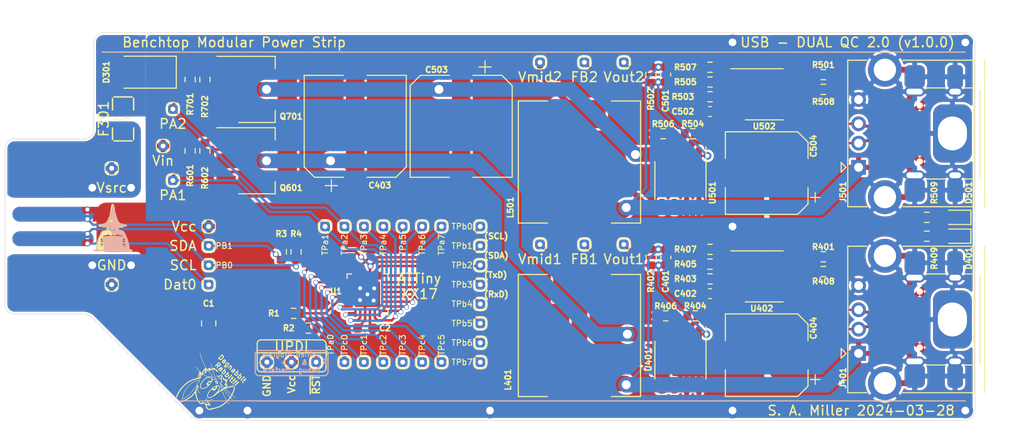
<source format=kicad_pcb>
(kicad_pcb (version 20211014) (generator pcbnew)
  (title_block (title "Benchtop Modular Power Strip") (date "2024-03-28") (rev "1.0.0") (company "S. A. Miller") (comment 1 "USB") (comment 2 "DUAL QC 2.0"))
  (layers (0 "F.Cu" signal) (31 "B.Cu" signal) (34 "B.Paste" user) (35 "F.Paste" user) (36 "B.SilkS" user "B.Silkscreen") (37 "F.SilkS" user "F.Silkscreen") (38 "B.Mask" user) (39 "F.Mask" user) (44 "Edge.Cuts" user))
  (net 0 "")
  (net 1 "GND")
  (net 2 "~{RESET}")
  (net 3 "Dat0")
  (net 4 "PA4")
  (net 5 "PA5")
  (net 6 "PA6")
  (net 7 "PA7")
  (net 8 "PB2")
  (net 9 "PB3")
  (net 10 "PA1")
  (net 11 "PA2")
  (net 12 "PA3")
  (net 13 "PB0")
  (net 14 "PB1")
  (net 15 "PB4")
  (net 16 "PB5")
  (net 17 "PB6")
  (net 18 "PB7")
  (net 19 "PC2")
  (net 20 "PC3")
  (net 21 "PC4")
  (net 22 "PC5")
  (net 23 "Vsrc")
  (net 24 "Vin")
  (net 25 "/Source Power Rail/Vprot")
  (net 26 "/ATTinyXX17/PA0")
  (net 27 "I2C-Vcc")
  (net 28 "PC0")
  (net 29 "PC1")
  (net 30 "Net-(C401-Pad2)")
  (net 31 "Net-(C402-Pad2)")
  (net 32 "Net-(D401-Pad2)")
  (net 33 "Net-(J401-Pad2)")
  (net 34 "Net-(J401-Pad3)")
  (net 35 "Net-(R403-Pad1)")
  (net 36 "Net-(R404-Pad1)")
  (net 37 "Net-(R405-Pad1)")
  (net 38 "Net-(R406-Pad1)")
  (net 39 "Net-(R408-Pad1)")
  (net 40 "Net-(C501-Pad2)")
  (net 41 "Net-(C502-Pad2)")
  (net 42 "Net-(D501-Pad2)")
  (net 43 "Net-(J501-Pad2)")
  (net 44 "Net-(J501-Pad3)")
  (net 45 "Net-(R503-Pad1)")
  (net 46 "Net-(R504-Pad1)")
  (net 47 "Net-(R505-Pad1)")
  (net 48 "Net-(R506-Pad1)")
  (net 49 "Net-(R508-Pad1)")
  (net 50 "Vout2")
  (net 51 "VswB")
  (net 52 "Vout1")
  (net 53 "VswA")
  (net 54 "/USB-QC/Vmid1")
  (net 55 "/USB-QC1/Vmid2")
  (net 56 "Net-(Q601-Pad1)")
  (net 57 "Net-(Q701-Pad1)")
  (footprint "tinker:TestPoint_THTPad_D1.0mm_Drill0.5mm" (layer "F.Cu") (at 87 114)
    (fp_text reference "TPc1")
    (fp_text value "CtrlC" hide)
  )
  (footprint "Resistor_SMD:R_0603_1608Metric" (layer "F.Cu") (at 69.088 92.202 90)
    (fp_text reference "R601")
    (fp_text value "100")
  )
  (footprint "tinker:USB_A+C" (layer "F.Cu") (at 138 93.9 90)
    (fp_text reference "J501")
    (fp_text value "USB_A" hide)
  )
  (footprint "tinker:TestPoint_THTPad_D1.0mm_Drill0.5mm" (layer "F.Cu") (at 113.792 101.854)
    (fp_text reference "TP402" hide)
    (fp_text value "Vout1" hide)
  )
  (footprint "Capacitor_SMD:C_0805_2012Metric" (layer "F.Cu") (at 71 110 -90)
    (fp_text reference "C1")
    (fp_text value "4.7uF")
  )
  (footprint "Resistor_SMD:R_0603_1608Metric" (layer "F.Cu") (at 79.756 108.966)
    (fp_text reference "R1")
    (fp_text value "10k")
  )
  (footprint "Resistor_SMD:R_0603_1608Metric" (layer "F.Cu") (at 145.034 99.06)
    (fp_text reference "R509")
    (fp_text value "?")
  )
  (footprint "Package_SO:SSOP-8_3.9x5.05mm_P1.27mm" (layer "F.Cu") (at 128.27 86.36)
    (fp_text reference "U502")
    (fp_text value "FP6600")
  )
  (footprint "tinker:TestPoint_THTPad_D1.0mm_Drill0.5mm" (layer "F.Cu") (at 71 106)
    (fp_text reference "TP5" hide)
    (fp_text value "Dat0" hide)
  )
  (footprint "tinker:TestPoint_THTPad_D1.0mm_Drill0.5mm" (layer "F.Cu") (at 61 94)
    (fp_text reference "TP301" hide)
    (fp_text value "Vsrc" hide)
  )
  (footprint "tinker:TestPoint_THTPad_D1.0mm_Drill0.5mm" (layer "F.Cu") (at 93 114 90)
    (fp_text reference "TPc4")
    (fp_text value "CtrlC" hide)
  )
  (footprint "Capacitor_SMD:C_0603_1608Metric" (layer "F.Cu") (at 87.122 110.49 180)
    (fp_text reference "C2")
    (fp_text value "100nF")
  )
  (footprint "tinker:TestPoint_THTPad_D1.0mm_Drill0.5mm" (layer "F.Cu") (at 99 108)
    (fp_text reference "TPb4")
    (fp_text value "CtrlB" hide)
  )
  (footprint "tinker:F1206" (layer "F.Cu") (at 62.176 88.9 90)
    (fp_text reference "F301")
    (fp_text value "Polyfuse" hide)
  )
  (footprint "Resistor_SMD:R_0603_1608Metric" (layer "F.Cu") (at 78.486 102.616 -90)
    (fp_text reference "R3")
    (fp_text value "10k")
  )
  (footprint "Inductor_SMD:L_12x12mm_H8mm" (layer "F.Cu") (at 109.22 93.348 -90)
    (fp_text reference "L501")
    (fp_text value "47uH")
  )
  (footprint "tinker:TestPoint_THTPad_D1.0mm_Drill0.5mm" (layer "F.Cu") (at 85 100 90)
    (fp_text reference "TPa2")
    (fp_text value "CtrlA" hide)
  )
  (footprint "Resistor_SMD:R_0603_1608Metric" (layer "F.Cu") (at 70.612 92.202 90)
    (fp_text reference "R602")
    (fp_text value "10k")
  )
  (footprint "tinker:TestPoint_THTPad_D1.0mm_Drill0.5mm" (layer "F.Cu") (at 95 114 90)
    (fp_text reference "TPc5")
    (fp_text value "CtrlC" hide)
  )
  (footprint "tinker:TestPoint_THTPad_D1.0mm_Drill0.5mm" (layer "F.Cu") (at 109.728 83.058)
    (fp_text reference "TP503" hide)
    (fp_text value "FB2" hide)
  )
  (footprint "Resistor_SMD:R_0603_1608Metric" (layer "F.Cu") (at 121.158 109.22)
    (fp_text reference "R404")
    (fp_text value "NC")
  )
  (footprint "Package_SO:SSOP-8_3.9x5.05mm_P1.27mm" (layer "F.Cu") (at 119.634 113.792 -90)
    (fp_text reference "U401")
    (fp_text value "PL2733A")
  )
  (footprint "Resistor_SMD:R_0603_1608Metric" (layer "F.Cu") (at 81.28 110.49)
    (fp_text reference "R2")
    (fp_text value "330R")
  )
  (footprint "Resistor_SMD:R_0603_1608Metric" (layer "F.Cu") (at 134.366 104.648)
    (fp_text reference "R408")
    (fp_text value "127K")
  )
  (footprint "Resistor_SMD:R_0603_1608Metric" (layer "F.Cu") (at 118.11 109.22 180)
    (fp_text reference "R406")
    (fp_text value "82K")
  )
  (footprint "tinker:TestPoint_THTPad_D1.0mm_Drill0.5mm" (layer "F.Cu") (at 109.728 101.854)
    (fp_text reference "TP403" hide)
    (fp_text value "FB1" hide)
  )
  (footprint "tinker:USB_A+C" (layer "F.Cu") (at 138 113.1 90)
    (fp_text reference "J401")
    (fp_text value "USB_A" hide)
  )
  (footprint "Resistor_SMD:R_0603_1608Metric" (layer "F.Cu") (at 120.904 90.424)
    (fp_text reference "R504")
    (fp_text value "NC")
  )
  (footprint "Capacitor_SMD:CP_Elec_8x6.5" (layer "F.Cu") (at 128.524 94.488 180)
    (fp_text reference "C504")
    (fp_text value "220u")
  )
  (footprint "tinker:TestPoint_THTPad_D1.0mm_Drill0.5mm" (layer "F.Cu") (at 89 100 90)
    (fp_text reference "TPa4")
    (fp_text value "CtrlA" hide)
  )
  (footprint "Resistor_SMD:R_0603_1608Metric" (layer "F.Cu") (at 117.856 90.424 180)
    (fp_text reference "R506")
    (fp_text value "82K")
  )
  (footprint "Package_TO_SOT_SMD:SOT-223-3_TabPin2" (layer "F.Cu") (at 75.946 85.852)
    (fp_text reference "Q701")
    (fp_text value "ZXMP4A16G")
  )
  (footprint "tinker:TestPoint_THTPad_D1.0mm_Drill0.5mm" (layer "F.Cu") (at 77 114 90)
    (fp_text reference "TP4" hide)
    (fp_text value "GND" hide)
  )
  (footprint "Package_SO:SSOP-8_3.9x5.05mm_P1.27mm" (layer "F.Cu") (at 119.634 95.25 -90)
    (fp_text reference "U501")
    (fp_text value "PL2733A")
  )
  (footprint "tinker:TestPoint_THTPad_D1.0mm_Drill0.5mm" (layer "F.Cu") (at 99 102)
    (fp_text reference "TPb1")
    (fp_text value "CtrlB" hide)
  )
  (footprint "tinker:TestPoint_THTPad_D1.0mm_Drill0.5mm" (layer "F.Cu") (at 89 114 90)
    (fp_text reference "TPc2")
    (fp_text value "CtrlC" hide)
  )
  (footprint "tinker:TestPoint_THTPad_D1.0mm_Drill0.5mm" (layer "F.Cu") (at 95 100 90)
    (fp_text reference "TPa7")
    (fp_text value "CtrlA" hide)
  )
  (footprint "Package_DFN_QFN:QFN-24-1EP_4x4mm_P0.5mm_EP2.6x2.6mm" (layer "F.Cu") (at 87.376 107.01 90)
    (fp_text reference "U1")
    (fp_text value "ATtiny1617")
  )
  (footprint "tinker:NerdMage" (layer "F.Cu") (at 61.11668 100.076)
    (fp_text reference "G***" hide)
    (fp_text value "LOGO" hide)
  )
  (footprint "tinker:TestPoint_THTPad_D1.0mm_Drill0.5mm" (layer "F.Cu") (at 85 114)
    (fp_text reference "TPc0")
    (fp_text value "CtrlC" hide)
  )
  (footprint "Resistor_SMD:R_0603_1608Metric" (layer "F.Cu") (at 122.682 103.886 180)
    (fp_text reference "R405")
    (fp_text value "137K")
  )
  (footprint "tinker:TestPoint_THTPad_D1.0mm_Drill0.5mm" (layer "F.Cu") (at 66.294 91.694)
    (fp_text reference "TP302" hide)
    (fp_text value "Vin" hide)
  )
  (footprint "tinker:TestPoint_THTPad_D1.0mm_Drill0.5mm" (layer "F.Cu") (at 105.156 83.058)
    (fp_text reference "TP501" hide)
    (fp_text value "Vmid2" hide)
  )
  (footprint "Capacitor_SMD:C_0603_1608Metric" (layer "F.Cu") (at 122.682 106.934)
    (fp_text reference "C402")
    (fp_text value "220n")
  )
  (footprint "tinker:TestPoint_THTPad_D1.0mm_Drill0.5mm" (layer "F.Cu") (at 105.156 101.854)
    (fp_text reference "TP401" hide)
    (fp_text value "Vmid1" hide)
  )
  (footprint "tinker:TestPoint_THTPad_D1.0mm_Drill0.5mm" (layer "F.Cu") (at 99 110)
    (fp_text reference "TPb5")
    (fp_text value "CtrlB" hide)
  )
  (footprint "tinker:TestPoint_THTPad_D1.0mm_Drill0.5mm" (layer "F.Cu") (at 61 106)
    (fp_text reference "TP303" hide)
    (fp_text value "GND" hide)
  )
  (footprint "Resistor_SMD:R_0603_1608Metric" (layer "F.Cu") (at 134.366 85.852)
    (fp_text reference "R508")
    (fp_text value "127K")
  )
  (footprint "Resistor_SMD:R_0603_1608Metric" (layer "F.Cu") (at 122.682 83.566)
    (fp_text reference "R507")
    (fp_text value "150K")
  )
  (footprint "LED_SMD:LED_0603_1608Metric" (layer "F.Cu") (at 148.082 99.06 180)
    (fp_text reference "D501")
    (fp_text value "LED")
  )
  (footprint "Capacitor_SMD:C_0603_1608Metric" (layer "F.Cu") (at 118.135 103.187 -90)
    (fp_text reference "C401")
    (fp_text value "200p")
  )
  (footprint "Resistor_SMD:R_0603_1608Metric" (layer "F.Cu") (at 122.682 85.09 180)
    (fp_text reference "R505")
    (fp_text value "137K")
  )
  (footprint "tinker:DagNabbit" (layer "F.Cu") (at 71.04 116.6 135)
    (fp_text reference "REF**" hide)
    (fp_text value "DagNabbit" hide)
  )
  (footprint "Package_TO_SOT_SMD:SOT-223-3_TabPin2" (layer "F.Cu") (at 75.946 93.218)
    (fp_text reference "Q601")
    (fp_text value "ZXMP4A16G")
  )
  (footprint "Capacitor_SMD:C_0603_1608Metric" (layer "F.Cu") (at 122.682 88.138)
    (fp_text reference "C502")
    (fp_text value "220n")
  )
  (footprint "Resistor_SMD:R_0603_1608Metric" (layer "F.Cu") (at 122.682 105.41 180)
    (fp_text reference "R403")
    (fp_text value "187K")
  )
  (footprint "tinker:TestPoint_THTPad_D1.0mm_Drill0.5mm" (layer "F.Cu") (at 82.08 114 90)
    (fp_text reference "TPa0")
    (fp_text value "~{RESET}" hide)
  )
  (footprint "tinker:TestPoint_THTPad_D1.0mm_Drill0.5mm" (layer "F.Cu") (at 93 100 90)
    (fp_text reference "TPa6")
    (fp_text value "CtrlA" hide)
  )
  (footprint "tinker:TestPoint_THTPad_D1.0mm_Drill0.5mm" (layer "F.Cu") (at 83 100 90)
    (fp_text reference "TPa1")
    (fp_text value "CtrlA" hide)
  )
  (footprint "Resistor_SMD:R_0603_1608Metric" (layer "F.Cu") (at 69.088 84.836 90)
    (fp_text reference "R701")
    (fp_text value "100")
  )
  (footprint "Capacitor_SMD:CP_Elec_10x7.7" (layer "F.Cu") (at 86.106 89.662 90)
    (fp_text reference "C403")
    (fp_text value "100u")
  )
  (footprint "Resistor_SMD:R_0603_1608Metric" (layer "F.Cu") (at 70.612 84.836 90)
    (fp_text reference "R702")
    (fp_text value "10k")
  )
  (footprint "tinker:TestPoint_THTPad_D1.0mm_Drill0.5mm" (layer "F.Cu") (at 99 104)
    (fp_text reference "TPb2")
    (fp_text value "CtrlB" hide)
  )
  (footprint "tinker:TestPoint_THTPad_D1.0mm_Drill0.5mm" (layer "F.Cu") (at 71 104)
    (fp_text reference "TP8" hide)
    (fp_text value "Dat3" hide)
  )
  (footprint "Inductor_SMD:L_12x12mm_H8mm" (layer "F.Cu") (at 109.22 111.252 -90)
    (fp_text reference "L401")
    (fp_text value "47uH")
  )
  (footprint "tinker:TestPoint_THTPad_D1.0mm_Drill0.5mm" (layer "F.Cu") (at 79.54 114 90)
    (fp_text reference "TP1" hide)
    (fp_text value "I2C-Vcc" hide)
  )
  (footprint "Resistor_SMD:R_0603_1608Metric" (layer "F.Cu") (at 145.034 101)
    (fp_text reference "R409")
    (fp_text value "?")
  )
  (footprint "Resistor_SMD:R_0603_1608Metric" (layer "F.Cu") (at 80.01 102.616 -90)
    (fp_text reference "R4")
    (fp_text value "10k")
  )
  (footprint "Capacitor_SMD:C_0603_1608Metric" (layer "F.Cu") (at 118.11 84.328 -90)
    (fp_text reference "C501")
    (fp_text value "200p")
  )
  (footprint "tinker:TestPoint_THTPad_D1.0mm_Drill0.5mm" (layer "F.Cu") (at 67.31 95.25)
    (fp_text reference "TPa601" hide)
    (fp_text value "CtrlA" hide)
  )
  (footprint "Resistor_SMD:R_0603_1608Metric" (layer "F.Cu") (at 116.611 103.186999 -90)
    (fp_text reference "R402")
    (fp_text value "470K")
  )
  (footprint "tinker:TestPoint_THTPad_D1.0mm_Drill0.5mm" (layer "F.Cu") (at 91 100 90)
    (fp_text reference "TPa5")
    (fp_text value "CtrlA" hide)
  )
  (footprint "tinker:TestPoint_THTPad_D1.0mm_Drill0.5mm" (layer "F.Cu") (at 99 114)
    (fp_text reference "TPb7")
    (fp_text value "CtrlB" hide)
  )
  (footprint "tinker:TestPoint_THTPad_D1.0mm_Drill0.5mm" (layer "F.Cu") (at 99 100)
    (fp_text reference "TPb0")
    (fp_text value "CtrlB" hide)
  )
  (footprint "Resistor_SMD:R_0603_1608Metric" (layer "F.Cu") (at 122.682 86.614 180)
    (fp_text reference "R503")
    (fp_text value "187K")
  )
  (footprint "LED_SMD:LED_0603_1608Metric" (layer "F.Cu") (at 148.082 101 180)
    (fp_text reference "D401")
    (fp_text value "LED")
  )
  (footprint "Capacitor_SMD:CP_Elec_10x7.7" (layer "F.Cu") (at 97.028 89.662 -90)
    (fp_text reference "C503")
    (fp_text value "100u")
  )
  (footprint "Diode_SMD:D_SMA" (layer "F.Cu") (at 64.262 84.074 180)
    (fp_text reference "D301")
    (fp_text value "D_Schottky")
  )
  (footprint "tinker:TestPoint_THTPad_D1.0mm_Drill0.5mm" (layer "F.Cu") (at 67.31 87.884)
    (fp_text reference "TPa701" hide)
    (fp_text value "CtrlA" hide)
  )
  (footprint "Resistor_SMD:R_0603_1608Metric" (layer "F.Cu") (at 134.366 103.124 180)
    (fp_text reference "R401")
    (fp_text value "2K2")
  )
  (footprint "tinker:TestPoint_THTPad_D1.0mm_Drill0.5mm" (layer "F.Cu") (at 99 106)
    (fp_text reference "TPb3")
    (fp_text value "CtrlB" hide)
  )
  (footprint "Resistor_SMD:R_0603_1608Metric" (layer "F.Cu") (at 116.586 84.328 -90)
    (fp_text reference "R502")
    (fp_text value "470K")
  )
  (footprint "tinker:TestPoint_THTPad_D1.0mm_Drill0.5mm" (layer "F.Cu") (at 113.792 83.058)
    (fp_text reference "TP502" hide)
    (fp_text value "Vout2" hide)
  )
  (footprint "Capacitor_SMD:CP_Elec_8x6.5" (layer "F.Cu") (at 128.524 113.284 180)
    (fp_text reference "C404")
    (fp_text value "220u")
  )
  (footprint "tinker:TestPoint_THTPad_D1.0mm_Drill0.5mm" (layer "F.Cu") (at 91 114 90)
    (fp_text reference "TPc3")
    (fp_text value "CtrlC" hide)
  )
  (footprint "tinker:TestPoint_THTPad_D1.0mm_Drill0.5mm" (layer "F.Cu") (at 87 100 90)
    (fp_text reference "TPa3")
    (fp_text value "CtrlA" hide)
  )
  (footprint "Package_SO:SSOP-8_3.9x5.05mm_P1.27mm" (layer "F.Cu") (at 128.27 105.156)
    (fp_text reference "U402")
    (fp_text value "FP6600")
  )
  (footprint "tinker:TestPoint_THTPad_D1.0mm_Drill0.5mm" (layer "F.Cu") (at 71 100)
    (fp_text reference "TP6" hide)
    (fp_text value "Dat1" hide)
  )
  (footprint "Resistor_SMD:R_0603_1608Metric" (layer "F.Cu") (at 122.682 102.362)
    (fp_text reference "R407")
    (fp_text value "150K")
  )
  (footprint "tinker:TestPoint_THTPad_D1.0mm_Drill0.5mm" (layer "F.Cu") (at 71 102)
    (fp_text reference "TP7" hide)
    (fp_text value "Dat2" hide)
  )
  (footprint "Resistor_SMD:R_0603_1608Metric" (layer "F.Cu") (at 134.366 84.328 180)
    (fp_text reference "R501")
    (fp_text value "2K2")
  )
  (footprint "tinker:TestPoint_THTPad_D1.0mm_Drill0.5mm" (layer "F.Cu") (at 99 112)
    (fp_text reference "TPb6")
    (fp_text value "CtrlB" hide)
  )
  (footprint "tinker:NerdMage" (layer "B.Cu") (at 61.11668 100.076 180)
    (fp_text reference "G***" hide)
    (fp_text value "LOGO" hide)
  )
  (gr_arc (start 75.8 113.2) (mid 75.917157 112.917157) (end 76.2 112.8) (layer "B.SilkS") (width 0.12))
  (gr_line (start 68 118) (end 149 118) (layer "B.SilkS") (width 0.1))
  (gr_arc (start 83.3 115) (mid 83.182843 115.282843) (end 82.9 115.4) (layer "B.SilkS") (width 0.12))
  (gr_line (start 76.2 115.4) (end 82.9 115.4) (layer "B.SilkS") (width 0.12))
  (gr_line (start 83.3 113.2) (end 83.3 115) (layer "B.SilkS") (width 0.12))
  (gr_line (start 60 82) (end 149 82) (layer "B.SilkS") (width 0.1))
  (gr_arc (start 76.2 115.4) (mid 75.917157 115.282843) (end 75.8 115) (layer "B.SilkS") (width 0.12))
  (gr_arc (start 82.9 112.8) (mid 83.182843 112.917157) (end 83.3 113.2) (layer "B.SilkS") (width 0.12))
  (gr_line (start 82.9 112.8) (end 76.2 112.8) (layer "B.SilkS") (width 0.12))
  (gr_line (start 75.8 113.2) (end 75.8 115) (layer "B.SilkS") (width 0.12))
  (gr_line (start 76 112.1) (end 76 113.03) (layer "F.SilkS") (width 0.12))
  (gr_line (start 82.7 111.7) (end 76.4 111.7) (layer "F.SilkS") (width 0.12))
  (gr_line (start 76.4 115) (end 82.7 115) (layer "F.SilkS") (width 0.12))
  (gr_line (start 76 113.03) (end 76 114.6) (layer "F.SilkS") (width 0.12))
  (gr_line (start 60 82) (end 149 82) (layer "F.SilkS") (width 0.1))
  (gr_arc (start 82.7 111.7) (mid 82.982843 111.817157) (end 83.1 112.1) (layer "F.SilkS") (width 0.12))
  (gr_line (start 75 118) (end 149 118) (layer "F.SilkS") (width 0.1))
  (gr_line (start 83.1 114.6) (end 83.1 113.03) (layer "F.SilkS") (width 0.12))
  (gr_arc (start 76 112.1) (mid 76.117157 111.817157) (end 76.4 111.7) (layer "F.SilkS") (width 0.12))
  (gr_arc (start 76.4 115) (mid 76.117157 114.882843) (end 76 114.6) (layer "F.SilkS") (width 0.12))
  (gr_arc (start 83.1 114.6) (mid 82.982843 114.882843) (end 82.7 115) (layer "F.SilkS") (width 0.12))
  (gr_line (start 83.1 113.03) (end 76 113.03) (layer "F.SilkS") (width 0.12))
  (gr_line (start 83.1 113.03) (end 83.1 112.1) (layer "F.SilkS") (width 0.12))
  (gr_line (start 59.144 109.548) (end 69.144 119.548) (layer "Edge.Cuts") (width 0.05))
  (gr_arc (start 149 80) (mid 149.707107 80.292893) (end 150 81) (layer "Edge.Cuts") (width 0.05))
  (gr_arc (start 50 91.96) (mid 50.292893 91.252893) (end 51 90.96) (layer "Edge.Cuts") (width 0.05))
  (gr_line (start 50 108.04) (end 50 91.96) (layer "Edge.Cuts") (width 0.05))
  (gr_line (start 60.144 80) (end 149 80) (layer "Edge.Cuts") (width 0.05))
  (gr_arc (start 58.144 109.04) (mid 58.694524 109.194544) (end 59.144 109.548) (layer "Edge.Cuts") (width 0.05))
  (gr_line (start 59.144 81) (end 59.144 89.96) (layer "Edge.Cuts") (width 0.05))
  (gr_arc (start 59.144 81) (mid 59.436893 80.292893) (end 60.144 80) (layer "Edge.Cuts") (width 0.05))
  (gr_arc (start 150 119) (mid 149.707107 119.707107) (end 149 120) (layer "Edge.Cuts") (width 0.05))
  (gr_arc (start 70.144 120) (mid 69.594859 119.882718) (end 69.144 119.548) (layer "Edge.Cuts") (width 0.05))
  (gr_line (start 150 119) (end 150 81) (layer "Edge.Cuts") (width 0.05))
  (gr_line (start 51 90.96) (end 58.144 90.96) (layer "Edge.Cuts") (width 0.05))
  (gr_arc (start 51 109.04) (mid 50.292893 108.747107) (end 50 108.04) (layer "Edge.Cuts") (width 0.05))
  (gr_arc (start 59.144 89.96) (mid 58.851107 90.667107) (end 58.144 90.96) (layer "Edge.Cuts") (width 0.05))
  (gr_line (start 58.144 109.04) (end 51 109.04) (layer "Edge.Cuts") (width 0.05))
  (gr_line (start 149 120) (end 70.144 120) (layer "Edge.Cuts") (width 0.05))
  (gr_text "  Unified Program  \n R    &    +     - \n  Debug Interface  " (at 79.54 114.025) (layer "B.SilkS") (effects (font (size 0.5 0.5) (thickness 0.1)) (justify mirror)))
  (gr_text "${TITLE}" (at 62 81) (layer "F.SilkS") (effects (font (size 1 1)) (justify left)))
  (gr_text "${COMMENT1} - ${COMMENT2} (v${REVISION})" (at 148 81) (layer "F.SilkS") (effects (font (size 1 1)) (justify right)))
  (gr_text "Vmid1" (at 105.156 103.378) (layer "F.SilkS") (effects (font (size 1 1))))
  (gr_text "GND" (at 77 115.2 90) (layer "F.SilkS") (effects (font (size 0.75 0.75)) (justify right)))
  (gr_text "Vmid2" (at 105.156 84.582) (layer "F.SilkS") (effects (font (size 1 1))))
  (gr_text "Vin" (at 66.294 93.218) (layer "F.SilkS") (effects (font (size 1 1))))
  (gr_text "PA2" (at 67.31 89.408) (layer "F.SilkS") (effects (font (size 1 1))))
  (gr_text "SCL" (at 69.85 104) (layer "F.SilkS") (effects (font (size 1 1)) (justify right)))
  (gr_text "~{RST}" (at 82.08 115.2 90) (layer "F.SilkS") (effects (font (size 0.75 0.75)) (justify right)))
  (gr_text "Vout1" (at 113.792 103.378) (layer "F.SilkS") (effects (font (size 1 1))))
  (gr_text "Vcc" (at 69.85 100) (layer "F.SilkS") (effects (font (size 1 1)) (justify right)))
  (gr_text "PB1" (at 71.65 102) (layer "F.SilkS") (effects (font (size 0.6 0.6) (thickness 0.1)) (justify left)))
  (gr_text "SDA" (at 69.85 102) (layer "F.SilkS") (effects (font (size 1 1)) (justify right)))
  (gr_text "(TxD)" (at 99.314 105) (layer "F.SilkS") (effects (font (size 0.6 0.6)) (justify left)))
  (gr_text "Vsrc" (at 61 96) (layer "F.SilkS") (effects (font (size 1 1))))
  (gr_text "UPDI" (at 79.54 112.4) (layer "F.SilkS") (effects (font (size 1 1))))
  (gr_text "Vcc" (at 79.54 115.2 90) (layer "F.SilkS") (effects (font (size 0.75 0.75)) (justify right)))
  (gr_text "(RxD)" (at 99.314 107) (layer "F.SilkS") (effects (font (size 0.6 0.6)) (justify left)))
  (gr_text "(SDA)" (at 99.314 103) (layer "F.SilkS") (effects (font (size 0.6 0.6)) (justify left)))
  (gr_text "(SCL)" (at 99.314 101) (layer "F.SilkS") (effects (font (size 0.6 0.6)) (justify left)))
  (gr_text "PA1" (at 67.31 96.774) (layer "F.SilkS") (effects (font (size 1 1))))
  (gr_text "Vout2" (at 113.792 84.582) (layer "F.SilkS") (effects (font (size 1 1))))
  (gr_text "FB2" (at 109.728 84.582) (layer "F.SilkS") (effects (font (size 1 1))))
  (gr_text "FB1" (at 109.728 103.378) (layer "F.SilkS") (effects (font (size 1 1))))
  (gr_text "Dat0" (at 69.85 106) (layer "F.SilkS") (effects (font (size 1 1)) (justify right)))
  (gr_text "ATTiny\nXX17" (at 92.71 106.172) (layer "F.SilkS") (effects (font (size 1 1))))
  (gr_text "${COMPANY} ${ISSUE_DATE}" (at 148 119) (layer "F.SilkS") (effects (font (size 1 1)) (justify right)))
  (gr_text "GND" (at 61 104) (layer "F.SilkS") (effects (font (size 1 1))))
  (gr_text "PB0" (at 71.65 104) (layer "F.SilkS") (effects (font (size 0.6 0.6) (thickness 0.1)) (justify left)))
  (segment (start 87.126 107.26) (end 87.376 107.01) (width 0.25) (layer "F.Cu") (net 1))
  (segment (start 87.126 109.711) (end 87.126 108.9475) (width 0.25) (layer "F.Cu") (net 1))
  (segment (start 135.191 104.648) (end 136.648 104.648) (width 0.5) (layer "F.Cu") (net 1))
  (segment (start 135.191 85.852) (end 136.872 85.852) (width 0.5) (layer "F.Cu") (net 1))
  (segment (start 86.347 110.49) (end 87.126 109.711) (width 0.25) (layer "F.Cu") (net 1))
  (segment (start 87.126 108.9475) (end 87.126 107.26) (width 0.25) (layer "F.Cu") (net 1))
  (segment (start 136.872 85.852) (end 138 86.98) (width 0.5) (layer "F.Cu") (net 1))
  (segment (start 136.648 104.648) (end 138 106) (width 0.5) (layer "F.Cu") (net 1))
  (via (at 70.04 119) (size 1.6) (drill 0.8) (layers "F.Cu" "B.Cu") (net 1))
  (via (at 75 119) (size 1.6) (drill 0.8) (layers "F.Cu" "B.Cu") (net 1))
  (via (at 63 104) (size 1.6) (drill 0.8) (layers "F.Cu" "B.Cu") (net 1))
  (via (at 149 119) (size 1.6) (drill 0.8) (layers "F.Cu" "B.Cu") (net 1))
  (via (at 86.602225 107.596737) (size 0.8) (drill 0.4) (layers "F.Cu" "B.Cu") (net 1))
  (via (at 87.366058 107.01) (size 0.8) (drill 0.4) (layers "F.Cu" "B.Cu") (net 1))
  (via (at 125 100) (size 1.6) (drill 0.8) (layers "F.Cu" "B.Cu") (net 1))
  (via (at 149 81) (size 1.6) (drill 0.8) (layers "F.Cu" "B.Cu") (net 1))
  (via (at 125 81) (size 1.6) (drill 0.8) (layers "F.Cu" "B.Cu") (net 1))
  (via (at 88.062376 106.383869) (size 0.8) (drill 0.4) (layers "F.Cu" "B.Cu") (net 1))
  (via (at 100 119) (size 1.6) (drill 0.8) (layers "F.Cu" "B.Cu") (net 1))
  (via (at 59 104) (size 1.6) (drill 0.8) (layers "F.Cu" "B.Cu") (net 1))
  (via (at 86.614 106.372094) (size 0.8) (drill 0.4) (layers "F.Cu" "B.Cu") (net 1))
  (via (at 88.003499 107.643839) (size 0.8) (drill 0.4) (layers "F.Cu" "B.Cu") (net 1))
  (via (at 125 119) (size 1.6) (drill 0.8) (layers "F.Cu" "B.Cu") (net 1))
  (segment (start 82.08 110.515) (end 82.08 114) (width 0.25) (layer "F.Cu") (net 2))
  (via (at 58.5 101.76) (size 0.6) (drill 0.4) (layers "F.Cu" "B.Cu") (net 3))
  (segment (start 66.76 101.76) (end 58.5 101.76) (width 0.25) (layer "B.Cu") (net 3))
  (segment (start 71 106) (end 66.76 101.76) (width 0.25) (layer "B.Cu") (net 3))
  (segment (start 88.402992 109.685) (end 89.876994 109.685) (width 0.25) (layer "F.Cu") (net 4))
  (segment (start 89.876994 109.685) (end 90.275494 109.2865) (width 0.25) (layer "F.Cu") (net 4))
  (segment (start 88.126 109.408008) (end 88.402992 109.685) (width 0.25) (layer "F.Cu") (net 4))
  (segment (start 88.126 108.9475) (end 88.126 109.408008) (width 0.25) (layer "F.Cu") (net 4))
  (via (at 90.275494 109.2865) (size 0.5) (drill 0.4) (layers "F.Cu" "B.Cu") (net 4))
  (segment (start 90.241265 109.252271) (end 90.241265 101.241265) (width 0.25) (layer "B.Cu") (net 4))
  (segment (start 90.275494 109.2865) (end 90.241265 109.252271) (width 0.25) (layer "B.Cu") (net 4))
  (segment (start 90.241265 101.241265) (end 89 100) (width 0.25) (layer "B.Cu") (net 4))
  (segment (start 90.693265 108.7115) (end 88.862 108.7115) (width 0.25) (layer "F.Cu") (net 5))
  (segment (start 90.816265 108.8345) (end 90.693265 108.7115) (width 0.25) (layer "F.Cu") (net 5))
  (segment (start 88.862 108.7115) (end 88.626 108.9475) (width 0.25) (layer "F.Cu") (net 5))
  (via (at 90.816265 108.8345) (size 0.5) (drill 0.4) (layers "F.Cu" "B.Cu") (net 5))
  (segment (start 90.816265 108.8345) (end 90.816265 100.183735) (width 0.25) (layer "B.Cu") (net 5))
  (segment (start 90.816265 100.183735) (end 91 100) (width 0.25) (layer "B.Cu") (net 5))
  (segment (start 89.3135 108.26) (end 91.330846 108.26) (width 0.25) (layer "F.Cu") (net 6))
  (segment (start 91.330846 108.26) (end 91.405346 108.3345) (width 0.25) (layer "F.Cu") (net 6))
  (via (at 91.405346 108.3345) (size 0.5) (drill 0.4) (layers "F.Cu" "B.Cu") (net 6))
  (segment (start 91.405346 108.3345) (end 91.405346 101.594654) (width 0.25) (layer "B.Cu") (net 6))
  (segment (start 91.405346 101.594654) (end 93 100) (width 0.25) (layer "B.Cu") (net 6))
  (segment (start 89.3135 107.76) (end 91.94275 107.76) (width 0.25) (layer "F.Cu") (net 7))
  (segment (start 91.94275 107.76) (end 92.01725 107.8345) (width 0.25) (layer "F.Cu") (net 7))
  (via (at 92.01725 107.8345) (size 0.5) (drill 0.4) (layers "F.Cu" "B.Cu") (net 7))
  (segment (start 92.01725 107.8345) (end 92.01725 102.98275) (width 0.25) (layer "B.Cu") (net 7))
  (segment (start 92.01725 102.98275) (end 95 100) (width 0.25) (layer "B.Cu") (net 7))
  (segment (start 88.126 105.0725) (end 88.126 104.611992) (width 0.25) (layer "F.Cu") (net 8))
  (segment (start 88.126 104.611992) (end 88.655992 104.082) (width 0.25) (layer "F.Cu") (net 8))
  (segment (start 88.655992 104.082) (end 98.918 104.082) (width 0.25) (layer "F.Cu") (net 8))
  (segment (start 88.626 105.0725) (end 98.0725 105.0725) (width 0.25) (layer "F.Cu") (net 9))
  (segment (start 99 106) (end 98.0725 105.0725) (width 0.25) (layer "F.Cu") (net 9))
  (segment (start 69.088 93.027) (end 67.31 94.805) (width 0.25) (layer "F.Cu") (net 10))
  (segment (start 84.6005 108.26) (end 85.4385 108.26) (width 0.25) (layer "F.Cu") (net 10))
  (segment (start 67.31 94.805) (end 67.31 95.25) (width 0.25) (layer "F.Cu") (net 10))
  (segment (start 84.526 108.3345) (end 84.6005 108.26) (width 0.25) (layer "F.Cu") (net 10))
  (via (at 84.526 108.3345) (size 0.5) (drill 0.4) (layers "F.Cu" "B.Cu") (net 10))
  (segment (start 77.290604 98.501) (end 81.501 98.501) (width 0.25) (layer "B.Cu") (net 10))
  (segment (start 88.891265 103.164057) (end 88.891265 108.017604) (width 0.25) (layer "B.Cu") (net 10))
  (segment (start 84.7465 108.555) (end 84.526 108.3345) (width 0.25) (layer "B.Cu") (net 10))
  (segment (start 85.362 102.362) (end 88.089208 102.362) (width 0.25) (layer "B.Cu") (net 10))
  (segment (start 88.353869 108.555) (end 84.7465 108.555) (width 0.25) (layer "B.Cu") (net 10))
  (segment (start 81.501 98.501) (end 83 100) (width 0.25) (layer "B.Cu") (net 10))
  (segment (start 88.089208 102.362) (end 88.891265 103.164057) (width 0.25) (layer "B.Cu") (net 10))
  (segment (start 88.891265 108.017604) (end 88.353869 108.555) (width 0.25) (layer "B.Cu") (net 10))
  (segment (start 74.039604 95.25) (end 77.290604 98.501) (width 0.25) (layer "B.Cu") (net 10))
  (segment (start 83 100) (end 85.362 102.362) (width 0.25) (layer "B.Cu") (net 10))
  (segment (start 67.31 95.25) (end 74.039604 95.25) (width 0.25) (layer "B.Cu") (net 10))
  (segment (start 85.09 109.1295) (end 85.272 108.9475) (width 0.25) (layer "F.Cu") (net 11))
  (segment (start 69.088 85.661) (end 67.31 87.439) (width 0.25) (layer "F.Cu") (net 11))
  (segment (start 67.31 87.439) (end 67.31 87.884) (width 0.25) (layer "F.Cu") (net 11))
  (segment (start 85.272 108.9475) (end 86.126 108.9475) (width 0.25) (layer "F.Cu") (net 11))
  (via (at 85.09 109.1295) (size 0.5) (drill 0.4) (layers "F.Cu" "B.Cu") (net 11))
  (segment (start 89.341265 108.204) (end 88.415765 109.1295) (width 0.25) (layer "B.Cu") (net 11))
  (segment (start 89.341265 102.977661) (end 89.341265 108.204) (width 0.25) (layer "B.Cu") (net 11))
  (segment (start 88.275604 101.912) (end 89.341265 102.977661) (width 0.25) (layer "B.Cu") (net 11))
  (segment (start 67.31 87.884) (end 77.477 98.051) (width 0.25) (layer "B.Cu") (net 11))
  (segment (start 77.477 98.051) (end 83.051 98.051) (width 0.25) (layer "B.Cu") (net 11))
  (segment (start 85 100) (end 86.912 101.912) (width 0.25) (layer "B.Cu") (net 11))
  (segment (start 88.415765 109.1295) (end 85.09 109.1295) (width 0.25) (layer "B.Cu") (net 11))
  (segment (start 86.912 101.912) (end 88.275604 101.912) (width 0.25) (layer "B.Cu") (net 11))
  (segment (start 83.051 98.051) (end 85 100) (width 0.25) (layer "B.Cu") (net 11))
  (segment (start 86.344008 109.69) (end 85.65 109.69) (width 0.25) (layer "F.Cu") (net 12))
  (segment (start 86.626 108.9475) (end 86.626 109.408008) (width 0.25) (layer "F.Cu") (net 12))
  (segment (start 86.626 109.408008) (end 86.344008 109.69) (width 0.25) (layer "F.Cu") (net 12))
  (segment (start 85.65 109.69) (end 85.636 109.704) (width 0.25) (layer "F.Cu") (net 12))
  (via (at 85.636 109.704) (size 0.5) (drill 0.4) (layers "F.Cu" "B.Cu") (net 12))
  (segment (start 88.9 109.728) (end 89.791265 108.836735) (width 0.25) (layer "B.Cu") (net 12))
  (segment (start 89.791265 102.791265) (end 87 100) (width 0.25) (layer "B.Cu") (net 12))
  (segment (start 85.66 109.728) (end 88.9 109.728) (width 0.25) (layer "B.Cu") (net 12))
  (segment (start 85.636 109.704) (end 85.66 109.728) (width 0.25) (layer "B.Cu") (net 12))
  (segment (start 89.791265 108.836735) (end 89.791265 102.791265) (width 0.25) (layer "B.Cu") (net 12))
  (segment (start 95.818 103.182) (end 99 100) (width 0.25) (layer "F.Cu") (net 13))
  (segment (start 87.126 104.475596) (end 86.702202 104.051798) (width 0.25) (layer "F.Cu") (net 13))
  (segment (start 87.572 103.182) (end 86.702202 104.051798) (width 0.25) (layer "F.Cu") (net 13))
  (segment (start 87.126 105.0725) (end 87.126 104.475596) (width 0.25) (layer "F.Cu") (net 13))
  (segment (start 88.704 103.182) (end 87.572 103.182) (width 0.25) (layer "F.Cu") (net 13))
  (segment (start 80.01 104.14) (end 80.01 103.441) (width 0.25) (layer "F.Cu") (net 13))
  (segment (start 88.704 103.182) (end 95.818 103.182) (width 0.25) (layer "F.Cu") (net 13))
  (segment (start 86.702202 104.051798) (end 86.091404 103.441) (width 0.25) (layer "F.Cu") (net 13))
  (segment (start 86.091404 103.441) (end 80.01 103.441) (width 0.25) (layer "F.Cu") (net 13))
  (via (at 80.01 104.14) (size 0.6) (drill 0.4) (layers "F.Cu" "B.Cu") (net 13))
  (via (at 58.5 100.76) (size 0.6) (drill 0.4) (layers "F.Cu" "B.Cu") (net 13))
  (segment (start 58.988 100.272) (end 58.5 100.76) (width 0.25) (layer "B.Cu") (net 13))
  (segment (start 79.87 104) (end 71 104) (width 0.25) (layer "B.Cu") (net 13))
  (segment (start 80.01 104.14) (end 79.87 104) (width 0.25) (layer "B.Cu") (net 13))
  (segment (start 67.272 100.272) (end 58.988 100.272) (width 0.25) (layer "B.Cu") (net 13))
  (segment (start 71 104) (end 67.272 100.272) (width 0.25) (layer "B.Cu") (net 13))
  (segment (start 79.4065 102.5205) (end 78.486 103.441) (width 0.25) (layer "F.Cu") (net 14))
  (segment (start 87.626 104.144) (end 88.138 103.632) (width 0.25) (layer "F.Cu") (net 14))
  (segment (start 88.138 103.632) (end 97.368 103.632) (width 0.25) (layer "F.Cu") (net 14))
  (segment (start 86.719221 103.151601) (end 86.08362 102.516) (width 0.25) (layer "F.Cu") (net 14))
  (segment (start 77.915 102.87) (end 78.486 103.441) (width 0.25) (layer "F.Cu") (net 14))
  (segment (start 86.719221 103.151601) (end 86.08812 102.5205) (width 0.25) (layer "F.Cu") (net 14))
  (segment (start 86.08812 102.5205) (end 79.4065 102.5205) (width 0.25) (layer "F.Cu") (net 14))
  (segment (start 86.08362 102.516) (end 84.428 102.516) (width 0.25) (layer "F.Cu") (net 14))
  (segment (start 87.626 104.171934) (end 87.626 105.0725) (width 0.25) (layer "F.Cu") (net 14))
  (segment (start 87.682777 104.115157) (end 87.626 104.171934) (width 0.25) (layer "F.Cu") (net 14))
  (segment (start 84.428 102.516) (end 79.411 102.516) (width 0.25) (layer "F.Cu") (net 14))
  (segment (start 97.368 103.632) (end 99 102) (width 0.25) (layer "F.Cu") (net 14))
  (segment (start 87.626 105.0725) (end 87.626 104.144) (width 0.25) (layer "F.Cu") (net 14))
  (segment (start 79.411 102.516) (end 79.4065 102.5205) (width 0.25) (layer "F.Cu") (net 14))
  (segment (start 85.036 102.516) (end 84.428 102.516) (width 0.25) (layer "F.Cu") (net 14))
  (via (at 86.719221 103.151601) (size 0.6) (drill 0.4) (layers "F.Cu" "B.Cu") (net 14))
  (via (at 58.5 99.24) (size 0.6) (drill 0.4) (layers "F.Cu" "B.Cu") (net 14))
  (via (at 87.682777 104.115157) (size 0.6) (drill 0.4) (layers "F.Cu" "B.Cu") (net 14))
  (via (at 77.915 102.87) (size 0.6) (drill 0.4) (layers "F.Cu" "B.Cu") (net 14))
  (segment (start 59.082 99.822) (end 63.5 99.822) (width 0.25) (layer "B.Cu") (net 14))
  (segment (start 77.045 102) (end 71 102) (width 0.25) (layer "B.Cu") (net 14))
  (segment (start 77.915 102.87) (end 77.045 102) (width 0.25) (layer "B.Cu") (net 14))
  (segment (start 71 102) (end 68.822 99.822) (width 0.25) (layer "B.Cu") (net 14))
  (segment (start 68.822 99.822) (end 63.5 99.822) (width 0.25) (layer "B.Cu") (net 14))
  (segment (start 58.5 99.24) (end 59.082 99.822) (width 0.25) (layer "B.Cu") (net 14))
  (segment (start 86.719221 103.151601) (end 87.682777 104.115157) (width 0.25) (layer "B.Cu") (net 14))
  (segment (start 96.76 105.76) (end 99 108) (width 0.25) (layer "F.Cu") (net 15))
  (segment (start 89.3135 105.76) (end 96.76 105.76) (width 0.25) (layer "F.Cu") (net 15))
  (segment (start 89.3135 106.26) (end 95.26 106.26) (width 0.25) (layer "F.Cu") (net 16))
  (segment (start 95.26 106.26) (end 99 110) (width 0.25) (layer "F.Cu") (net 16))
  (segment (start 89.3135 106.76) (end 93.76 106.76) (width 0.25) (layer "F.Cu") (net 17))
  (segment (start 93.76 106.76) (end 99 112) (width 0.25) (layer "F.Cu") (net 17))
  (segment (start 92.26 107.26) (end 99 114) (width 0.25) (layer "F.Cu") (net 18))
  (segment (start 89.3135 107.26) (end 92.26 107.26) (width 0.25) (layer "F.Cu") (net 18))
  (segment (start 82.04302 105.76102) (end 82.04404 105.76) (width 0.25) (layer "F.Cu") (net 19))
  (segment (start 82.04404 105.76) (end 85.4385 105.76) (width 0.25) (layer "F.Cu") (net 19))
  (via (at 82.04302 105.76102) (size 0.5) (drill 0.4) (layers "F.Cu" "B.Cu") (net 19))
  (segment (start 86.629 111.629) (end 84.501812 111.629) (width 0.25) (layer "B.Cu") (net 19))
  (segment (start 84.501812 111.629) (end 82.04302 109.170208) (width 0.25) (layer "B.Cu") (net 19))
  (segment (start 89 114) (end 86.629 111.629) (width 0.25) (layer "B.Cu") (net 19))
  (segment (start 82.04302 109.170208) (end 82.04302 105.76102) (width 0.25) (layer "B.Cu") (net 19))
  (segment (start 82.638 106.3345) (end 82.7125 106.26) (width 0.25) (layer "F.Cu") (net 20))
  (segment (start 82.7125 106.26) (end 85.4385 106.26) (width 0.25) (layer "F.Cu") (net 20))
  (via (at 82.638 106.3345) (size 0.5) (drill 0.4) (layers "F.Cu" "B.Cu") (net 20))
  (segment (start 84.688208 111.179) (end 82.638 109.128792) (width 0.25) (layer "B.Cu") (net 20))
  (segment (start 88.179 111.179) (end 84.688208 111.179) (width 0.25) (layer "B.Cu") (net 20))
  (segment (start 91 114) (end 88.179 111.179) (width 0.25) (layer "B.Cu") (net 20))
  (segment (start 82.638 109.128792) (end 82.638 106.3345) (width 0.25) (layer "B.Cu") (net 20))
  (segment (start 83.3065 106.76) (end 85.4385 106.76) (width 0.25) (layer "F.Cu") (net 21))
  (segment (start 83.232 106.8345) (end 83.3065 106.76) (width 0.25) (layer "F.Cu") (net 21))
  (via (at 83.232 106.8345) (size 0.5) (drill 0.4) (layers "F.Cu" "B.Cu") (net 21))
  (segment (start 89.729 110.729) (end 84.874604 110.729) (width 0.25) (layer "B.Cu") (net 21))
  (segment (start 83.173 106.8935) (end 83.232 106.8345) (width 0.25) (layer "B.Cu") (net 21))
  (segment (start 83.173 109.027396) (end 83.173 106.8935) (width 0.25) (layer "B.Cu") (net 21))
  (segment (start 84.874604 110.729) (end 83.173 109.027396) (width 0.25) (layer "B.Cu") (net 21))
  (segment (start 93 114) (end 89.729 110.729) (width 0.25) (layer "B.Cu") (net 21))
  (segment (start 83.8225 107.26) (end 85.4385 107.26) (width 0.25) (layer "F.Cu") (net 22))
  (segment (start 83.748 107.3345) (end 83.8225 107.26) (width 0.25) (layer "F.Cu") (net 22))
  (via (at 83.748 107.3345) (size 0.5) (drill 0.4) (layers "F.Cu" "B.Cu") (net 22))
  (segment (start 83.748 108.966) (end 83.748 107.3345) (width 0.25) (layer "B.Cu") (net 22))
  (segment (start 85.061 110.279) (end 83.748 108.966) (width 0.25) (layer "B.Cu") (net 22))
  (segment (start 91.279 110.279) (end 85.061 110.279) (width 0.25) (layer "B.Cu") (net 22))
  (segment (start 95 114) (end 91.279 110.279) (width 0.25) (layer "B.Cu") (net 22))
  (via (at 63 96) (size 1.6) (drill 0.8) (layers "F.Cu" "B.Cu") (net 23))
  (via (at 59 96) (size 1.6) (drill 0.8) (layers "F.Cu" "B.Cu") (net 23))
  (segment (start 84.264 107.76) (end 83.058 108.966) (width 0.25) (layer "F.Cu") (net 26))
  (segment (start 80.455 109.092) (end 80.581 108.966) (width 0.25) (layer "F.Cu") (net 26))
  (segment (start 85.4385 107.76) (end 84.264 107.76) (width 0.25) (layer "F.Cu") (net 26))
  (segment (start 80.455 110.49) (end 80.455 109.092) (width 0.25) (layer "F.Cu") (net 26))
  (segment (start 83.058 108.966) (end 80.581 108.966) (width 0.25) (layer "F.Cu") (net 26))
  (segment (start 87.626 110.219) (end 87.626 108.9475) (width 0.25) (layer "F.Cu") (net 27))
  (segment (start 87.897 110.49) (end 87.626 110.219) (width 0.25) (layer "F.Cu") (net 27))
  (via (at 58.5 98.24) (size 0.6) (drill 0.4) (layers "F.Cu" "B.Cu") (net 27))
  (segment (start 86.626 105.0725) (end 86.626 104.611992) (width 0.25) (layer "F.Cu") (net 28))
  (segment (start 86.626 104.611992) (end 86.218206 104.204198) (width 0.25) (layer "F.Cu") (net 28))
  (segment (start 81.392842 104.204198) (end 80.86052 104.73652) (width 0.25) (layer "F.Cu") (net 28))
  (segment (start 86.218206 104.204198) (end 81.392842 104.204198) (width 0.25) (layer "F.Cu") (net 28))
  (segment (start 80.86052 104.73652) (end 81.26204 104.335) (width 0.25) (layer "F.Cu") (net 28))
  (via (at 80.86052 104.73652) (size 0.5) (drill 0.4) (layers "F.Cu" "B.Cu") (net 28))
  (segment (start 80.86052 109.2605) (end 85 113.39998) (width 0.25) (layer "B.Cu") (net 28))
  (segment (start 85 113.39998) (end 85 114) (width 0.25) (layer "B.Cu") (net 28))
  (segment (start 80.86052 104.73652) (end 80.86052 109.2605) (width 0.25) (layer "B.Cu") (net 28))
  (segment (start 86.01198 105.18652) (end 86.126 105.0725) (width 0.25) (layer "F.Cu") (net 29))
  (segment (start 81.56452 105.18652) (end 86.01198 105.18652) (width 0.25) (layer "F.Cu") (net 29))
  (via (at 81.56452 105.18652) (size 0.5) (drill 0.4) (layers "F.Cu" "B.Cu") (net 29))
  (segment (start 87 114) (end 85.079 112.079) (width 0.25) (layer "B.Cu") (net 29))
  (segment (start 85.079 112.079) (end 84.315416 112.079) (width 0.25) (layer "B.Cu") (net 29))
  (segment (start 81.46802 109.231604) (end 81.46802 105.28302) (width 0.25) (layer "B.Cu") (net 29))
  (segment (start 81.46802 105.28302) (end 81.56452 105.18652) (width 0.25) (layer "B.Cu") (net 29))
  (segment (start 84.315416 112.079) (end 81.46802 109.231604) (width 0.25) (layer "B.Cu") (net 29))
  (segment (start 109.728 101.854) (end 111.886 104.012) (width 0.25) (layer "F.Cu") (net 30))
  (segment (start 118.135 103.962) (end 116.660999 103.962) (width 0.25) (layer "F.Cu") (net 30))
  (segment (start 121.857 102.362) (end 121.857 105.41) (width 0.25) (layer "F.Cu") (net 30))
  (segment (start 116.660999 103.962) (end 116.611 104.011999) (width 0.25) (layer "F.Cu") (net 30))
  (segment (start 121.781 103.962) (end 121.857 103.886) (width 0.25) (layer "F.Cu") (net 30))
  (segment (start 111.886 104.012) (end 117.373001 104.012) (width 0.25) (layer "F.Cu") (net 30))
  (segment (start 122.309 111.117) (end 121.539 111.117) (width 0.25) (layer "F.Cu") (net 30))
  (segment (start 118.135 103.962) (end 121.781 103.962) (width 0.25) (layer "F.Cu") (net 30))
  (via (at 117.373001 104.012) (size 0.8) (drill 0.4) (layers "F.Cu" "B.Cu") (net 30))
  (via (at 122.309 111.117) (size 0.8) (drill 0.4) (layers "F.Cu" "B.Cu") (net 30))
  (segment (start 117.373001 104.012) (end 117.373001 106.181001) (width 0.25) (layer "B.Cu") (net 30))
  (segment (start 117.373001 106.181001) (end 122.309 111.117) (width 0.25) (layer "B.Cu") (net 30))
  (segment (start 130.175 103.251) (end 126.365 107.061) (width 0.25) (layer "F.Cu") (net 31))
  (segment (start 123.584 107.061) (end 123.457 106.934) (width 0.25) (layer "F.Cu") (net 31))
  (segment (start 133.414 103.251) (end 130.175 103.251) (width 0.25) (layer "F.Cu") (net 31))
  (segment (start 125.595 107.061) (end 123.584 107.061) (width 0.25) (layer "F.Cu") (net 31))
  (segment (start 130.945 103.251) (end 130.175 103.251) (width 0.25) (layer "F.Cu") (net 31))
  (segment (start 133.541 103.124) (end 133.414 103.251) (width 0.25) (layer "F.Cu") (net 31))
  (segment (start 126.365 107.061) (end 125.595 107.061) (width 0.25) (layer "F.Cu") (net 31))
  (segment (start 147.2945 101.092) (end 145.859 101.092) (width 0.25) (layer "F.Cu") (net 32))
  (segment (start 130.945 107.061) (end 132.461 107.061) (width 0.25) (layer "F.Cu") (net 33))
  (segment (start 136 110.6) (end 138 110.6) (width 0.25) (layer "F.Cu") (net 33))
  (segment (start 132.461 107.061) (end 136 110.6) (width 0.25) (layer "F.Cu") (net 33))
  (segment (start 130.945 105.791) (end 132.461 105.791) (width 0.25) (layer "F.Cu") (net 34))
  (segment (start 135.27 108.6) (end 138 108.6) (width 0.25) (layer "F.Cu") (net 34))
  (segment (start 132.461 105.791) (end 135.27 108.6) (width 0.25) (layer "F.Cu") (net 34))
  (segment (start 125.595 105.791) (end 124.333 105.791) (width 0.25) (layer "F.Cu") (net 35))
  (segment (start 123.952 105.41) (end 123.507 105.41) (width 0.25) (layer "F.Cu") (net 35))
  (segment (start 124.333 105.791) (end 123.952 105.41) (width 0.25) (layer "F.Cu") (net 35))
  (segment (start 120.269 109.284) (end 120.333 109.22) (width 0.25) (layer "F.Cu") (net 36))
  (segment (start 120.269 111.117) (end 120.269 109.284) (width 0.25) (layer "F.Cu") (net 36))
  (segment (start 124.333 104.521) (end 123.698 103.886) (width 0.25) (layer "F.Cu") (net 37))
  (segment (start 125.595 104.521) (end 124.333 104.521) (width 0.25) (layer "F.Cu") (net 37))
  (segment (start 123.698 103.886) (end 123.507 103.886) (width 0.25) (layer "F.Cu") (net 37))
  (segment (start 118.999 109.284) (end 118.999 111.117) (width 0.25) (layer "F.Cu") (net 38))
  (segment (start 118.935 109.22) (end 118.999 109.284) (width 0.25) (layer "F.Cu") (net 38))
  (segment (start 130.945 104.521) (end 133.414 104.521) (width 0.25) (layer "F.Cu") (net 39))
  (segment (start 133.414 104.521) (end 133.541 104.648) (width 0.25) (layer "F.Cu") (net 39))
  (segment (start 121.857 85.09) (end 118.123 85.09) (width 0.25) (layer "F.Cu") (net 40))
  (segment (start 118.123 85.09) (end 118.11 85.103) (width 0.25) (layer "F.Cu") (net 40))
  (segment (start 122.428 92.71) (end 121.674 92.71) (width 0.25) (layer "F.Cu") (net 40))
  (segment (start 111.823 85.153) (end 109.728 83.058) (width 0.25) (layer "F.Cu") (net 40))
  (segment (start 121.674 92.71) (end 121.539 92.575) (width 0.25) (layer "F.Cu") (net 40))
  (segment (start 116.636 85.103) (end 116.586 85.153) (width 0.25) (layer "F.Cu") (net 40))
  (segment (start 116.586 85.153) (end 111.823 85.153) (width 0.25) (layer "F.Cu") (net 40))
  (segment (start 118.11 85.103) (end 116.636 85.103) (width 0.25) (layer "F.Cu") (net 40))
  (segment (start 121.857 83.566) (end 121.857 85.09) (width 0.25) (layer "F.Cu") (net 40))
  (segment (start 121.857 85.09) (end 121.857 86.614) (width 0.25) (layer "F.Cu") (net 40))
  (via (at 117.335 85.103) (size 0.8) (drill 0.4) (layers "F.Cu" "B.Cu") (net 40))
  (via (at 122.428 92.71) (size 0.8) (drill 0.4) (layers "F.Cu" "B.Cu") (net 40))
  (segment (start 117.335 87.617) (end 122.428 92.71) (width 0.25) (layer "B.Cu") (net 40))
  (segment (start 117.335 85.103) (end 117.335 87.617) (width 0.25) (layer "B.Cu") (net 40))
  (segment (start 123.584 88.265) (end 123.457 88.138) (width 0.25) (layer "F.Cu") (net 41))
  (segment (start 133.414 84.455) (end 133.541 84.328) (width 0.25) (layer "F.Cu") (net 41))
  (segment (start 126.619 88.265) (end 125.595 88.265) (width 0.25) (layer "F.Cu") (net 41))
  (segment (start 125.595 88.265) (end 123.584 88.265) (width 0.25) (layer "F.Cu") (net 41))
  (segment (start 130.945 84.455) (end 133.414 84.455) (width 0.25) (layer "F.Cu") (net 41))
  (segment (start 130.429 84.455) (end 126.619 88.265) (width 0.25) (layer "F.Cu") (net 41))
  (segment (start 130.945 84.455) (end 130.429 84.455) (width 0.25) (layer "F.Cu") (net 41))
  (segment (start 147.2945 99.06) (end 145.859 99.06) (width 0.25) (layer "F.Cu") (net 42))
  (segment (start 135.596 91.4) (end 132.461 88.265) (width 0.25) (layer "F.Cu") (net 43))
  (segment (start 138 91.4) (end 135.596 91.4) (width 0.25) (layer "F.Cu") (net 43))
  (segment (start 132.461 88.265) (end 130.945 88.265) (width 0.25) (layer "F.Cu") (net 43))
  (segment (start 132.461 86.995) (end 130.945 86.995) (width 0.25) (layer "F.Cu") (net 44))
  (segment (start 134.866 89.4) (end 132.461 86.995) (width 0.25) (layer "F.Cu") (net 44))
  (segment (start 138 89.4) (end 134.866 89.4) (width 0.25) (layer "F.Cu") (net 44))
  (segment (start 123.888 86.995) (end 123.507 86.614) (width 0.25) (layer "F.Cu") (net 45))
  (segment (start 125.595 86.995) (end 123.888 86.995) (width 0.25) (layer "F.Cu") (net 45))
  (segment (start 120.079 92.385) (end 120.079 90.424) (width 0.25) (layer "F.Cu") (net 46))
  (segment (start 120.269 92.575) (end 120.079 92.385) (width 0.25) (layer "F.Cu") (net 46))
  (segment (start 124.142 85.725) (end 123.507 85.09) (width 0.25) (layer "F.Cu") (net 47))
  (segment (start 125.595 85.725) (end 124.142 85.725) (width 0.25) (layer "F.Cu") (net 47))
  (segment (start 118.999 92.575) (end 118.999 90.742) (width 0.25) (layer "F.Cu") (net 48))
  (segment (start 118.999 90.742) (end 118.681 90.424) (width 0.25) (layer "F.Cu") (net 48))
  (segment (start 131.445 85.725) (end 131.572 85.852) (width 0.25) (layer "F.Cu") (net 49))
  (segment (start 130.945 85.725) (end 131.445 85.725) (width 0.25) (layer "F.Cu") (net 49))
  (segment (start 131.572 85.852) (end 133.541 85.852) (width 0.25) (layer "F.Cu") (net 49))
  (segment (start 118.11 83.553) (end 117.361 83.553) (width 0.25) (layer "F.Cu") (net 50))
  (segment (start 114.046 98.044) (end 113.792 98.298) (width 1.6) (layer "F.Cu") (net 50))
  (segment (start 116.586 83.503) (end 114.237 83.503) (width 0.25) (layer "F.Cu") (net 50))
  (segment (start 116.636 83.553) (end 116.586 83.503) (width 0.25) (layer "F.Cu") (net 50))
  (segment (start 114.237 83.503) (end 113.792 83.058) (width 0.25) (layer "F.Cu") (net 50))
  (segment (start 117.361 83.553) (end 116.636 83.553) (width 0.25) (layer "F.Cu") (net 50))
  (segment (start 113.792 98.298) (end 109.22 98.298) (width 1.6) (layer "F.Cu") (net 50))
  (via (at 114.046 98.044) (size 1.524) (drill 0.92) (layers "F.Cu" "B.Cu") (net 50))
  (via (at 117.361 83.553) (size 0.8) (drill 0.4) (layers "F.Cu" "B.Cu") (net 50))
  (segment (start 133.936 98.044) (end 138 93.98) (width 1.6) (layer "B.Cu") (net 50))
  (segment (start 116.078 96.012) (end 114.046 98.044) (width 0.25) (layer "B.Cu") (net 50))
  (segment (start 114.046 98.044) (end 133.936 98.044) (width 1.6) (layer "B.Cu") (net 50))
  (segment (start 117.361 83.553) (end 116.078 84.836) (width 0.25) (layer "B.Cu") (net 50))
  (segment (start 116.078 84.836) (end 116.078 96.012) (width 0.25) (layer "B.Cu") (net 50))
  (segment (start 94.742 85.852) (end 96.488 85.852) (width 1.5) (layer "F.Cu") (net 51))
  (segment (start 76.962 85.852) (end 72.796 85.852) (width 1.5) (layer "F.Cu") (net 51))
  (segment (start 96.488 85.852) (end 97.028 85.312) (width 1.5) (layer "F.Cu") (net 51))
  (segment (start 114.9915 92.575) (end 117.729 92.575) (width 1.5) (layer "F.Cu") (net 51))
  (segment (start 76.962 85.852) (end 79.096 85.852) (width 1.5) (layer "F.Cu") (net 51))
  (via (at 114.9915 92.575) (size 1.524) (drill 0.92) (layers "F.Cu" "B.Cu") (net 51))
  (via (at 94.742 85.852) (size 1.524) (drill 0.92) (layers "F.Cu" "B.Cu") (net 51))
  (via (at 76.962 85.852) (size 1.524) (drill 0.92) (layers "F.Cu" "B.Cu") (net 51))
  (segment (start 76.962 85.852) (end 108.2685 85.852) (width 1.5) (layer "B.Cu") (net 51))
  (segment (start 108.2685 85.852) (end 114.9915 92.575) (width 1.5) (layer "B.Cu") (net 51))
  (segment (start 116.611 102.361999) (end 114.299999 102.361999) (width 0.25) (layer "F.Cu") (net 52))
  (segment (start 114.299999 102.361999) (end 113.792 101.854) (width 0.25) (layer "F.Cu") (net 52))
  (segment (start 114.046 116.332) (end 113.916 116.202) (width 1.6) (layer "F.Cu") (net 52))
  (segment (start 118.085 102.362) (end 116.611 102.361999) (width 0.25) (layer "F.Cu") (net 52))
  (segment (start 113.916 116.202) (end 109.22 116.202) (width 1.6) (layer "F.Cu") (net 52))
  (via (at 114.046 116.332) (size 1.524) (drill 0.92) (layers "F.Cu" "B.Cu") (net 52))
  (via (at 117.348 102.362) (size 0.8) (drill 0.4) (layers "F.Cu" "B.Cu") (net 52))
  (segment (start 116.332 114.046) (end 116.332 103.378) (width 0.25) (layer "B.Cu") (net 52))
  (segment (start 116.332 103.378) (end 117.348 102.362) (width 0.25) (layer "B.Cu") (net 52))
  (segment (start 134.668 116.332) (end 138 113) (width 1.6) (layer "B.Cu") (net 52))
  (segment (start 114.046 116.332) (end 116.332 114.046) (width 0.25) (layer "B.Cu") (net 52))
  (segment (start 114.046 116.332) (end 134.668 116.332) (width 1.6) (layer "B.Cu") (net 52))
  (segment (start 85.312 93.218) (end 86.106 94.012) (width 1.5) (layer "F.Cu") (net 53))
  (segment (start 114.165 111.117) (end 117.729 111.117) (width 1.5) (layer "F.Cu") (net 53))
  (segment (start 76.962 93.218) (end 79.096 93.218) (width 1.5) (layer "F.Cu") (net 53))
  (segment (start 83.566 93.218) (end 85.312 93.218) (width 1.5) (layer "F.Cu") (net 53))
  (segment (start 76.962 93.218) (end 72.796 93.218) (width 1.5) (layer "F.Cu") (net 53))
  (via (at 114.165 111.117) (size 1.524) (drill 0.92) (layers "F.Cu" "B.Cu") (net 53))
  (via (at 83.566 93.218) (size 1.524) (drill 0.92) (layers "F.Cu" "B.Cu") (net 53))
  (via (at 76.962 93.218) (size 1.524) (drill 0.92) (layers "F.Cu" "B.Cu") (net 53))
  (segment (start 102.236903 102.487097) (end 110.866807 111.117) (width 1.5) (layer "B.Cu") (net 53))
  (segment (start 102.236903 96.902903) (end 102.236903 102.487097) (width 1.5) (layer "B.Cu") (net 53))
  (segment (start 98.552 93.218) (end 102.236903 96.902903) (width 1.5) (layer "B.Cu") (net 53))
  (segment (start 110.866807 111.117) (end 114.165 111.117) (width 1.5) (layer "B.Cu") (net 53))
  (segment (start 76.962 93.218) (end 98.552 93.218) (width 1.5) (layer "B.Cu") (net 53))
  (segment (start 109.22 105.918) (end 109.22 106.302) (width 0.25) (layer "F.Cu") (net 54))
  (segment (start 117.729 115.189) (end 115.955 113.415) (width 1.6) (layer "F.Cu") (net 54))
  (segment (start 110.621 113.415) (end 109.22 112.014) (width 1.6) (layer "F.Cu") (net 54))
  (segment (start 117.729 116.467) (end 117.729 115.189) (width 1.6) (layer "F.Cu") (net 54))
  (segment (start 118.999 116.467) (end 117.729 116.467) (width 0.6) (layer "F.Cu") (net 54))
  (segment (start 109.22 112.014) (end 109.22 106.302) (width 1.6) (layer "F.Cu") (net 54))
  (segment (start 115.955 113.415) (end 110.621 113.415) (width 1.6) (layer "F.Cu") (net 54))
  (segment (start 105.156 101.854) (end 109.22 105.918) (width 0.25) (layer "F.Cu") (net 54))
  (segment (start 118.999 97.925) (end 117.729 97.925) (width 0.6) (layer "F.Cu") (net 55))
  (segment (start 117.729 97.925) (end 116.205 97.925) (width 0.6) (layer "F.Cu") (net 55))
  (segment (start 116.205 97.925) (end 109.22 90.94) (width 0.6) (layer "F.Cu") (net 55))
  (segment (start 105.156 83.058) (end 105.156 84.334) (width 0.6) (layer "F.Cu") (net 55))
  (segment (start 109.22 90.94) (end 109.22 88.398) (width 0.6) (layer "F.Cu") (net 55))
  (segment (start 105.156 84.334) (end 109.22 88.398) (width 0.6) (layer "F.Cu") (net 55))
  (segment (start 71.071 90.918) (end 70.612 91.377) (width 0.25) (layer "F.Cu") (net 56))
  (segment (start 72.796 90.918) (end 71.071 90.918) (width 0.25) (layer "F.Cu") (net 56))
  (segment (start 70.612 91.377) (end 69.088 91.377) (width 0.25) (layer "F.Cu") (net 56))
  (segment (start 70.612 84.011) (end 69.088 84.011) (width 0.25) (layer "F.Cu") (net 57))
  (segment (start 72.796 83.552) (end 71.071 83.552) (width 0.25) (layer "F.Cu") (net 57))
  (segment (start 71.071 83.552) (end 70.612 84.011) (width 0.25) (layer "F.Cu") (net 57))
  (zone (net 23) (net_name "Vsrc") (layer "F.Cu") (connect_pads (clearance 0.254)) (min_thickness 0.254) (fill yes (thermal_gap 0.254) (thermal_bridge_width 0.508) (smoothing fillet) (radius 1))
    (polygon (pts (xy 64.003288 97.013505) (xy 49.487288 97.034755) (xy 49.561944 89.236756) (xy 63.978582 89.236756)))
  )
  (zone (net 27) (net_name "I2C-Vcc") (layer "F.Cu") (connect_pads (clearance 0.254)) (min_thickness 0.254) (fill yes (thermal_gap 0.254) (thermal_bridge_width 0.508) (smoothing fillet) (radius 1))
    (polygon (pts (xy 59.652 99.492) (xy 50.762 99.492) (xy 50.762 97.968) (xy 59.652 97.968)))
  )
  (zone (net 27) (net_name "I2C-Vcc") (layer "F.Cu") (connect_pads (clearance 0.254)) (min_thickness 0.254) (fill yes (thermal_gap 0.254) (thermal_bridge_width 0.508) (smoothing fillet) (radius 1))
    (polygon (pts (xy 100.33 116.078) (xy 77.216 116.078) (xy 63.754 102.616) (xy 59.436 102.616) (xy 59.436 97.536) (xy 100.33 97.536)))
  )
  (zone (net 25) (net_name "/Source Power Rail/Vprot") (layer "F.Cu") (connect_pads (clearance 0.254)) (min_thickness 0.254) (fill yes (thermal_gap 0.254) (thermal_bridge_width 0.508) (smoothing fillet) (radius 1))
    (polygon (pts (xy 64.008 88.646) (xy 49.53 88.646) (xy 49.53 79.502) (xy 64.008 79.502)))
  )
  (zone (net 1) (net_name "GND") (layer "F.Cu") (connect_pads (clearance 0.254)) (min_thickness 0.254) (fill yes (thermal_gap 0.254) (thermal_bridge_width 0.508) (smoothing fillet) (radius 1))
    (polygon (pts (xy 150.368 116.332) (xy 147.828 116.332) (xy 147.828 79.502) (xy 150.368 79.502)))
  )
  (zone (net 3) (net_name "Dat0") (layer "F.Cu") (connect_pads (clearance 0.254)) (min_thickness 0.254) (fill yes (thermal_gap 0.254) (thermal_bridge_width 0.508) (smoothing fillet) (radius 1))
    (polygon (pts (xy 59.144 102.032) (xy 50.762 102.032) (xy 50.762 100.508) (xy 59.144 100.508)))
  )
  (zone (net 1) (net_name "GND") (layer "F.Cu") (connect_pads (clearance 0.254)) (min_thickness 0.254) (fill yes (thermal_gap 0.254) (thermal_bridge_width 0.508) (smoothing fillet) (radius 1))
    (polygon (pts (xy 128.27 116.332) (xy 100.838 116.332) (xy 100.838 79.502) (xy 128.27 79.502)))
  )
  (zone (net 1) (net_name "GND") (layer "F.Cu") (connect_pads (clearance 0.254)) (min_thickness 0.254) (fill yes (thermal_gap 0.254) (thermal_bridge_width 0.508) (smoothing fillet) (radius 1))
    (polygon (pts (xy 100.838 97.028) (xy 78.994 97.028) (xy 78.994 79.502) (xy 100.838 79.502)))
  )
  (zone (net 52) (net_name "Vout1") (layer "F.Cu") (connect_pads (clearance 0.254)) (min_thickness 0.254) (fill yes (thermal_gap 0.254) (thermal_bridge_width 0.508) (smoothing fillet) (radius 1))
    (polygon (pts (xy 147.32 115.824) (xy 128.778 115.824) (xy 128.778 100.33) (xy 147.32 100.33)))
  )
  (zone (net 24) (net_name "Vin") (layer "F.Cu") (connect_pads (clearance 0.254)) (min_thickness 0.254) (fill yes (thermal_gap 0.254) (thermal_bridge_width 0.508) (smoothing fillet) (radius 1))
    (polygon (pts (xy 78.486 97.028) (xy 64.516 97.028) (xy 64.516 79.502) (xy 78.486 79.502)))
  )
  (zone (net 1) (net_name "GND") (layer "F.Cu") (connect_pads (clearance 0.254)) (min_thickness 0.254) (fill yes (thermal_gap 0.254) (thermal_bridge_width 0.508) (smoothing fillet) (radius 1))
    (polygon (pts (xy 76.962 116.332) (xy 150.368 116.332) (xy 150.368 120.396) (xy 49.53 120.396) (xy 49.53 102.87) (xy 63.5 102.87)))
  )
  (zone (net 50) (net_name "Vout2") (layer "F.Cu") (connect_pads (clearance 0.254)) (min_thickness 0.254) (fill yes (thermal_gap 0.254) (thermal_bridge_width 0.508) (smoothing fillet) (radius 1))
    (polygon (pts (xy 147.32 99.822) (xy 128.778 99.822) (xy 128.778 79.502) (xy 147.32 79.502)))
  )
  (zone (net 13) (net_name "PB0") (layer "B.Cu") (connect_pads (clearance 0.254)) (min_thickness 0.254) (fill yes (thermal_gap 0.254) (thermal_bridge_width 0.508) (smoothing fillet) (radius 1))
    (polygon (pts (xy 59.144 102.032) (xy 50.762 102.032) (xy 50.762 100.508) (xy 59.144 100.508)))
  )
  (zone (net 1) (net_name "GND") (layer "B.Cu") (connect_pads (clearance 0.254)) (min_thickness 0.254) (fill yes (thermal_gap 0.254) (thermal_bridge_width 0.508) (smoothing fillet) (radius 1))
    (polygon (pts (xy 151.13 120.396) (xy 49.53 120.396) (xy 49.53 102.87) (xy 64.516 102.87) (xy 64.516 78.994) (xy 151.13 78.994)))
  )
  (zone (net 14) (net_name "PB1") (layer "B.Cu") (connect_pads (clearance 0.254)) (min_thickness 0.254) (fill yes (thermal_gap 0.254) (thermal_bridge_width 0.508) (smoothing fillet) (radius 1))
    (polygon (pts (xy 59.144 99.492) (xy 50.762 99.492) (xy 50.762 97.968) (xy 59.144 97.968)))
  )
  (zone (net 1) (net_name "GND") (layer "B.Cu") (connect_pads (clearance 0.254)) (min_thickness 0.254) (fill yes (thermal_gap 0.254) (thermal_bridge_width 0.508) (smoothing fillet) (radius 1))
    (polygon (pts (xy 64.516 88.646) (xy 49.53 88.646) (xy 49.53 79.502) (xy 64.516 79.502)))
  )
  (zone (net 23) (net_name "Vsrc") (layer "B.Cu") (connect_pads (clearance 0.254)) (min_thickness 0.254) (fill yes (thermal_gap 0.254) (thermal_bridge_width 0.508) (smoothing fillet) (radius 1))
    (polygon (pts (xy 64.008 97.028) (xy 49.53 97.028) (xy 49.53 89.154) (xy 64.008 89.154)))
  )
)
</source>
